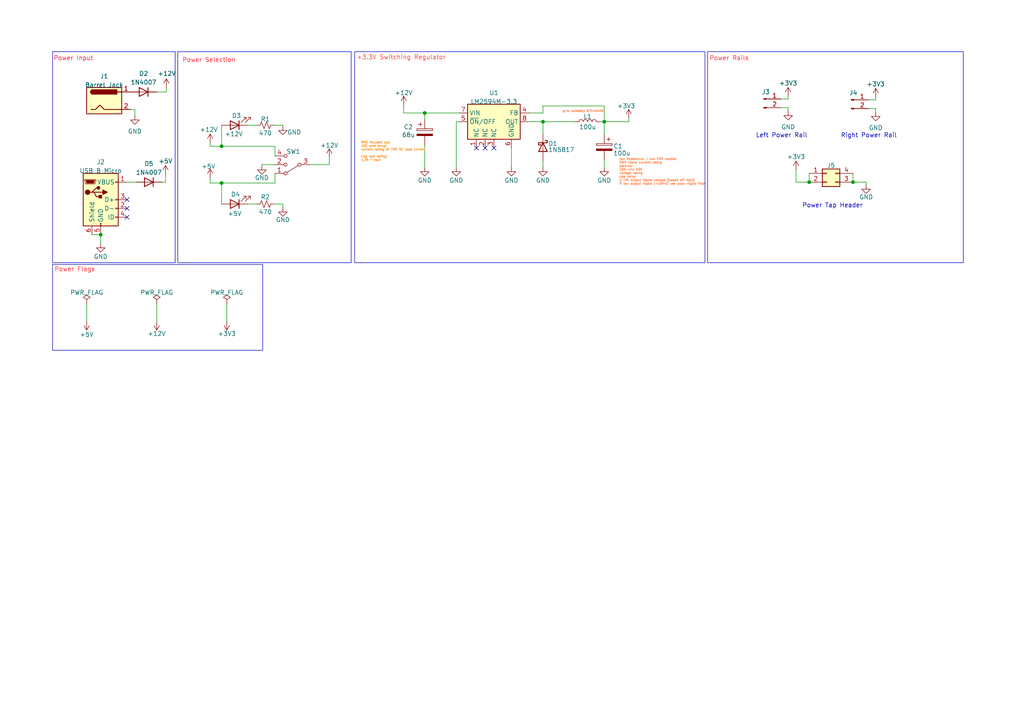
<source format=kicad_sch>
(kicad_sch (version 20230121) (generator eeschema)
  (paper "A4")
  (title_block (title "Power Splitter") (date "2023-04-11") (rev "1.0"))
  (lib_symbols
    (symbol "Connector:Barrel_Jack" (pin_names (offset 1.016))
      (property "Reference" "J" (at 0 5.334 0))
      (property "Value" "Barrel_Jack" (at 0 -5.08 0))
      (symbol "Barrel_Jack_0_1"
        (rectangle (start -5.08 3.81) (end 5.08 -3.81) (stroke (width 0.254)) (fill (type background)))
        (arc (start -3.302 3.175) (mid -3.9343 2.54) (end -3.302 1.905) (stroke (width 0.254)))
        (arc (start -3.302 3.175) (mid -3.9343 2.54) (end -3.302 1.905) (stroke (width 0.254)) (fill (type outline)))
        (polyline (pts (xy 5.08 2.54) (xy 3.81 2.54)) (stroke (width 0.254)))
        (polyline (pts (xy -3.81 -2.54) (xy -2.54 -2.54) (xy -1.27 -1.27) (xy 0 -2.54) (xy 2.54 -2.54) (xy 5.08 -2.54)) (stroke (width 0.254)))
        (rectangle (start 3.683 3.175) (end -3.302 1.905) (stroke (width 0.254)) (fill (type outline)))
      )
      (symbol "Barrel_Jack_1_1"
        (pin passive line (at 7.62 2.54 180) (length 2.54) (name "~") (number "1"))
        (pin passive line (at 7.62 -2.54 180) (length 2.54) (name "~") (number "2"))
      )
    )
    (symbol "Connector:Conn_01x02_Pin" (pin_names (offset 1.016) hide)
      (property "Reference" "J" (at 0 2.54 0))
      (property "Value" "Conn_01x02_Pin" (at 0 -5.08 0))
      (symbol "Conn_01x02_Pin_1_1"
        (polyline (pts (xy 1.27 -2.54) (xy 0.8636 -2.54)) (stroke (width 0.1524)))
        (polyline (pts (xy 1.27 0) (xy 0.8636 0)) (stroke (width 0.1524)))
        (rectangle (start 0.8636 -2.413) (end 0 -2.667) (stroke (width 0.1524)) (fill (type outline)))
        (rectangle (start 0.8636 0.127) (end 0 -0.127) (stroke (width 0.1524)) (fill (type outline)))
        (pin passive line (at 5.08 0 180) (length 3.81) (name "Pin_1") (number "1"))
        (pin passive line (at 5.08 -2.54 180) (length 3.81) (name "Pin_2") (number "2"))
      )
    )
    (symbol "Connector:USB_B_Micro" (pin_names (offset 1.016))
      (property "Reference" "J" (at -5.08 11.43 0))
      (property "Value" "USB_B_Micro" (at -5.08 8.89 0))
      (symbol "USB_B_Micro_0_1"
        (rectangle (start -5.08 -7.62) (end 5.08 7.62) (stroke (width 0.254)) (fill (type background)))
        (circle (center -3.81 2.159) (radius 0.635) (stroke (width 0.254)) (fill (type outline)))
        (circle (center -0.635 3.429) (radius 0.381) (stroke (width 0.254)) (fill (type outline)))
        (rectangle (start -0.127 -7.62) (end 0.127 -6.858))
        (polyline (pts (xy -1.905 2.159) (xy 0.635 2.159)) (stroke (width 0.254)))
        (polyline (pts (xy -3.175 2.159) (xy -2.54 2.159) (xy -1.27 3.429) (xy -0.635 3.429)) (stroke (width 0.254)))
        (polyline (pts (xy -2.54 2.159) (xy -1.905 2.159) (xy -1.27 0.889) (xy 0 0.889)) (stroke (width 0.254)))
        (polyline (pts (xy 0.635 2.794) (xy 0.635 1.524) (xy 1.905 2.159) (xy 0.635 2.794)) (stroke (width 0.254)) (fill (type outline)))
        (polyline (pts (xy -4.318 5.588) (xy -1.778 5.588) (xy -2.032 4.826) (xy -4.064 4.826) (xy -4.318 5.588)) (fill (type outline)))
        (polyline (pts (xy -4.699 5.842) (xy -4.699 5.588) (xy -4.445 4.826) (xy -4.445 4.572) (xy -1.651 4.572) (xy -1.651 4.826) (xy -1.397 5.588) (xy -1.397 5.842) (xy -4.699 5.842)))
        (rectangle (start 0.254 1.27) (end -0.508 0.508) (stroke (width 0.254)) (fill (type outline)))
        (rectangle (start 5.08 -5.207) (end 4.318 -4.953))
        (rectangle (start 5.08 -2.667) (end 4.318 -2.413))
        (rectangle (start 5.08 -0.127) (end 4.318 0.127))
        (rectangle (start 5.08 4.953) (end 4.318 5.207))
      )
      (symbol "USB_B_Micro_1_1"
        (pin power_out line (at 7.62 5.08 180) (length 2.54) (name "VBUS") (number "1"))
        (pin bidirectional line (at 7.62 -2.54 180) (length 2.54) (name "D-") (number "2"))
        (pin bidirectional line (at 7.62 0 180) (length 2.54) (name "D+") (number "3"))
        (pin passive line (at 7.62 -5.08 180) (length 2.54) (name "ID") (number "4"))
        (pin power_out line (at 0 -10.16 90) (length 2.54) (name "GND") (number "5"))
        (pin passive line (at -2.54 -10.16 90) (length 2.54) (name "Shield") (number "6"))
      )
    )
    (symbol "Connector_Generic:Conn_02x02_Counter_Clockwise" (pin_names (offset 1.016) hide)
      (property "Reference" "J" (at 1.27 2.54 0))
      (property "Value" "Conn_02x02_Counter_Clockwise" (at 1.27 -5.08 0))
      (symbol "Conn_02x02_Counter_Clockwise_1_1"
        (rectangle (start -1.27 -2.413) (end 0 -2.667) (stroke (width 0.1524)))
        (rectangle (start -1.27 0.127) (end 0 -0.127) (stroke (width 0.1524)))
        (rectangle (start -1.27 1.27) (end 3.81 -3.81) (stroke (width 0.254)) (fill (type background)))
        (rectangle (start 3.81 -2.413) (end 2.54 -2.667) (stroke (width 0.1524)))
        (rectangle (start 3.81 0.127) (end 2.54 -0.127) (stroke (width 0.1524)))
        (pin passive line (at -5.08 0 0) (length 3.81) (name "Pin_1") (number "1"))
        (pin passive line (at -5.08 -2.54 0) (length 3.81) (name "Pin_2") (number "2"))
        (pin passive line (at 7.62 -2.54 180) (length 3.81) (name "Pin_3") (number "3"))
        (pin passive line (at 7.62 0 180) (length 3.81) (name "Pin_4") (number "4"))
      )
    )
    (symbol "Device:C_Polarized" (pin_numbers hide) (pin_names (offset 0.254))
      (property "Reference" "C" (at 0.635 2.54 0))
      (property "Value" "C_Polarized" (at 0.635 -2.54 0))
      (symbol "C_Polarized_0_1"
        (rectangle (start -2.286 0.508) (end 2.286 1.016))
        (polyline (pts (xy -1.778 2.286) (xy -0.762 2.286)))
        (polyline (pts (xy -1.27 2.794) (xy -1.27 1.778)))
        (rectangle (start 2.286 -0.508) (end -2.286 -1.016) (fill (type outline)))
      )
      (symbol "C_Polarized_1_1"
        (pin passive line (at 0 3.81 270) (length 2.794) (name "~") (number "1"))
        (pin passive line (at 0 -3.81 90) (length 2.794) (name "~") (number "2"))
      )
    )
    (symbol "Device:L" (pin_numbers hide) (pin_names (offset 1.016) hide)
      (property "Reference" "L" (at -1.27 0 90))
      (property "Value" "L" (at 1.905 0 90))
      (symbol "L_0_1"
        (arc (start 0 -2.54) (mid 0.6323 -1.905) (end 0 -1.27))
        (arc (start 0 -1.27) (mid 0.6323 -0.635) (end 0 0))
        (arc (start 0 0) (mid 0.6323 0.635) (end 0 1.27))
        (arc (start 0 1.27) (mid 0.6323 1.905) (end 0 2.54))
      )
      (symbol "L_1_1"
        (pin passive line (at 0 3.81 270) (length 1.27) (name "1") (number "1"))
        (pin passive line (at 0 -3.81 90) (length 1.27) (name "2") (number "2"))
      )
    )
    (symbol "Device:LED" (pin_numbers hide) (pin_names (offset 1.016) hide)
      (property "Reference" "D" (at 0 2.54 0))
      (property "Value" "LED" (at 0 -2.54 0))
      (symbol "LED_0_1"
        (polyline (pts (xy -1.27 -1.27) (xy -1.27 1.27)) (stroke (width 0.254)))
        (polyline (pts (xy -1.27 0) (xy 1.27 0)))
        (polyline (pts (xy 1.27 -1.27) (xy 1.27 1.27) (xy -1.27 0) (xy 1.27 -1.27)) (stroke (width 0.254)))
        (polyline (pts (xy -3.048 -0.762) (xy -4.572 -2.286) (xy -3.81 -2.286) (xy -4.572 -2.286) (xy -4.572 -1.524)))
        (polyline (pts (xy -1.778 -0.762) (xy -3.302 -2.286) (xy -2.54 -2.286) (xy -3.302 -2.286) (xy -3.302 -1.524)))
      )
      (symbol "LED_1_1"
        (pin passive line (at -3.81 0 0) (length 2.54) (name "K") (number "1"))
        (pin passive line (at 3.81 0 180) (length 2.54) (name "A") (number "2"))
      )
    )
    (symbol "Device:R_Small_US" (pin_numbers hide) (pin_names (offset 0.254) hide)
      (property "Reference" "R" (at 0.762 0.508 0))
      (property "Value" "R_Small_US" (at 0.762 -1.016 0))
      (symbol "R_Small_US_1_1"
        (polyline (pts (xy 0 0) (xy 1.016 -0.381) (xy 0 -0.762) (xy -1.016 -1.143) (xy 0 -1.524)))
        (polyline (pts (xy 0 1.524) (xy 1.016 1.143) (xy 0 0.762) (xy -1.016 0.381) (xy 0 0)))
        (pin passive line (at 0 2.54 270) (length 1.016) (name "~") (number "1"))
        (pin passive line (at 0 -2.54 90) (length 1.016) (name "~") (number "2"))
      )
    )
    (symbol "Diode:1N4007" (pin_numbers hide) (pin_names hide)
      (property "Reference" "D" (at 0 2.54 0))
      (property "Value" "1N4007" (at 0 -2.54 0))
      (symbol "1N4007_0_1"
        (polyline (pts (xy -1.27 1.27) (xy -1.27 -1.27)) (stroke (width 0.254)))
        (polyline (pts (xy 1.27 0) (xy -1.27 0)))
        (polyline (pts (xy 1.27 1.27) (xy 1.27 -1.27) (xy -1.27 0) (xy 1.27 1.27)) (stroke (width 0.254)))
      )
      (symbol "1N4007_1_1"
        (pin passive line (at -3.81 0 0) (length 2.54) (name "K") (number "1"))
        (pin passive line (at 3.81 0 180) (length 2.54) (name "A") (number "2"))
      )
    )
    (symbol "Diode:1N5817" (pin_numbers hide) (pin_names (offset 1.016) hide)
      (property "Reference" "D" (at 0 2.54 0))
      (property "Value" "1N5817" (at 0 -2.54 0))
      (symbol "1N5817_0_1"
        (polyline (pts (xy 1.27 0) (xy -1.27 0)))
        (polyline (pts (xy 1.27 1.27) (xy 1.27 -1.27) (xy -1.27 0) (xy 1.27 1.27)) (stroke (width 0.254)))
        (polyline (pts (xy -1.905 0.635) (xy -1.905 1.27) (xy -1.27 1.27) (xy -1.27 -1.27) (xy -0.635 -1.27) (xy -0.635 -0.635)) (stroke (width 0.254)))
      )
      (symbol "1N5817_1_1"
        (pin passive line (at -3.81 0 0) (length 2.54) (name "K") (number "1"))
        (pin passive line (at 3.81 0 180) (length 2.54) (name "A") (number "2"))
      )
    )
    (symbol "Regulator_Switching:LM2594M-3.3"
      (property "Reference" "U" (at -7.62 6.35 0))
      (property "Value" "LM2594M-3.3" (at 0 6.35 0))
      (symbol "LM2594M-3.3_0_1"
        (rectangle (start -7.62 5.08) (end 7.62 -5.08) (stroke (width 0.254)) (fill (type background)))
      )
      (symbol "LM2594M-3.3_1_1"
        (pin passive line (at -5.08 -7.62 90) (length 2.54) (name "NC") (number "1"))
        (pin passive line (at -2.54 -7.62 90) (length 2.54) (name "NC") (number "2"))
        (pin passive line (at 0 -7.62 90) (length 2.54) (name "NC") (number "3"))
        (pin input line (at 10.16 2.54 180) (length 2.54) (name "FB") (number "4"))
        (pin input line (at -10.16 0 0) (length 2.54) (name "~{ON}/OFF") (number "5"))
        (pin power_in line (at 5.08 -7.62 90) (length 2.54) (name "GND") (number "6"))
        (pin power_in line (at -10.16 2.54 0) (length 2.54) (name "VIN") (number "7"))
        (pin output line (at 10.16 0 180) (length 2.54) (name "OUT") (number "8"))
      )
    )
    (symbol "Switch:SW_SP3T" (pin_names (offset 0) hide)
      (property "Reference" "SW" (at 0 5.08 0))
      (property "Value" "SW_SP3T" (at 0 -5.08 0))
      (symbol "SW_SP3T_0_1"
        (circle (center -2.032 0) (radius 0.4572))
        (polyline (pts (xy -1.651 0.254) (xy 1.651 2.286)))
        (circle (center 2.032 -2.54) (radius 0.4572))
        (circle (center 2.032 0) (radius 0.4572))
        (circle (center 2.032 2.54) (radius 0.4572))
      )
      (symbol "SW_SP3T_1_1"
        (pin passive line (at 5.08 2.54 180) (length 2.54) (name "1") (number "1"))
        (pin passive line (at 5.08 0 180) (length 2.54) (name "2") (number "2"))
        (pin passive line (at -5.08 0 0) (length 2.54) (name "3") (number "3"))
        (pin passive line (at 5.08 -2.54 180) (length 2.54) (name "4") (number "4"))
      )
    )
    (symbol "power:+12V" (power) (pin_names (offset 0))
      (property "Value" "+12V" (at 0 3.556 0))
      (symbol "+12V_0_1"
        (polyline (pts (xy -0.762 1.27) (xy 0 2.54)))
        (polyline (pts (xy 0 0) (xy 0 2.54)))
        (polyline (pts (xy 0 2.54) (xy 0.762 1.27)))
      )
      (symbol "+12V_1_1"
        (pin power_in line (at 0 0 90) (length 0) hide (name "+12V") (number "1"))
      )
    )
    (symbol "power:+3V3" (power) (pin_names (offset 0))
      (property "Value" "+3V3" (at 0 3.556 0))
      (symbol "+3V3_0_1"
        (polyline (pts (xy -0.762 1.27) (xy 0 2.54)))
        (polyline (pts (xy 0 0) (xy 0 2.54)))
        (polyline (pts (xy 0 2.54) (xy 0.762 1.27)))
      )
      (symbol "+3V3_1_1"
        (pin power_in line (at 0 0 90) (length 0) hide (name "+3V3") (number "1"))
      )
    )
    (symbol "power:+5V" (power) (pin_names (offset 0))
      (property "Value" "+5V" (at 0 3.556 0))
      (symbol "+5V_0_1"
        (polyline (pts (xy -0.762 1.27) (xy 0 2.54)))
        (polyline (pts (xy 0 0) (xy 0 2.54)))
        (polyline (pts (xy 0 2.54) (xy 0.762 1.27)))
      )
      (symbol "+5V_1_1"
        (pin power_in line (at 0 0 90) (length 0) hide (name "+5V") (number "1"))
      )
    )
    (symbol "power:GND" (power) (pin_names (offset 0))
      (property "Value" "GND" (at 0 -3.81 0))
      (symbol "GND_0_1"
        (polyline (pts (xy 0 0) (xy 0 -1.27) (xy 1.27 -1.27) (xy 0 -2.54) (xy -1.27 -1.27) (xy 0 -1.27)))
      )
      (symbol "GND_1_1"
        (pin power_in line (at 0 0 270) (length 0) hide (name "GND") (number "1"))
      )
    )
    (symbol "power:PWR_FLAG" (power) (pin_numbers hide) (pin_names (offset 0) hide)
      (property "Value" "PWR_FLAG" (at 0 3.81 0))
      (symbol "PWR_FLAG_0_0"
        (pin power_out line (at 0 0 90) (length 0) (name "pwr") (number "1"))
      )
      (symbol "PWR_FLAG_0_1"
        (polyline (pts (xy 0 0) (xy 0 1.27) (xy -1.016 1.905) (xy 0 2.54) (xy 1.016 1.905) (xy 0 1.27)))
      )
    )
  )
  (junction (at 247.396 52.832))
  (junction (at 64.262 53.086))
  (junction (at 175.26 35.306))
  (junction (at 157.48 35.306))
  (junction (at 234.696 52.832))
  (junction (at 123.19 32.766))
  (junction (at 64.262 42.418))
  (junction (at 29.21 68.072))
  (no_connect (at 143.256 42.926))
  (no_connect (at 140.716 42.926))
  (no_connect (at 36.83 62.992))
  (no_connect (at 36.83 60.452))
  (no_connect (at 36.83 57.912))
  (no_connect (at 138.176 42.926))
  (wire (pts (xy 123.19 32.766) (xy 123.19 34.544)))
  (wire (pts (xy 71.882 59.182) (xy 74.422 59.182)))
  (wire (pts (xy 117.094 30.48) (xy 117.094 32.766)))
  (wire (pts (xy 45.466 88.138) (xy 45.466 93.218)))
  (wire (pts (xy 157.48 30.734) (xy 175.26 30.734)))
  (wire (pts (xy 254 31.496) (xy 254 32.512)))
  (wire (pts (xy 82.042 59.182) (xy 82.042 60.198)))
  (wire (pts (xy 48.26 26.67) (xy 48.26 25.4)))
  (wire (pts (xy 26.67 68.072) (xy 29.21 68.072)))
  (wire (pts (xy 175.26 46.482) (xy 175.26 48.514)))
  (wire (pts (xy 89.916 47.752) (xy 95.504 47.752)))
  (wire (pts (xy 251.968 28.956) (xy 254 28.956)))
  (wire (pts (xy 79.756 53.086) (xy 79.756 50.292)))
  (wire (pts (xy 60.96 42.418) (xy 60.96 41.402)))
  (wire (pts (xy 37.846 31.75) (xy 39.116 31.75)))
  (wire (pts (xy 251.968 31.496) (xy 254 31.496)))
  (wire (pts (xy 95.504 47.752) (xy 95.504 45.72)))
  (wire (pts (xy 247.396 52.832) (xy 251.206 52.832)))
  (wire (pts (xy 45.466 26.67) (xy 48.26 26.67)))
  (wire (pts (xy 48.006 52.832) (xy 48.006 50.546)))
  (wire (pts (xy 60.96 53.086) (xy 64.262 53.086)))
  (wire (pts (xy 75.946 47.752) (xy 79.756 47.752)))
  (wire (pts (xy 153.416 32.766) (xy 157.48 32.766)))
  (wire (pts (xy 123.19 32.766) (xy 133.096 32.766)))
  (wire (pts (xy 65.786 88.138) (xy 65.786 93.218)))
  (wire (pts (xy 175.26 35.306) (xy 175.26 38.862)))
  (wire (pts (xy 234.696 50.292) (xy 234.696 52.832)))
  (wire (pts (xy 117.094 32.766) (xy 123.19 32.766)))
  (wire (pts (xy 174.244 35.306) (xy 175.26 35.306)))
  (wire (pts (xy 29.21 68.072) (xy 29.21 70.612)))
  (wire (pts (xy 132.334 35.306) (xy 132.334 48.514)))
  (wire (pts (xy 226.568 31.242) (xy 228.6 31.242)))
  (wire (pts (xy 39.116 31.75) (xy 39.116 33.528)))
  (wire (pts (xy 25.146 88.138) (xy 25.146 93.218)))
  (wire (pts (xy 230.886 52.832) (xy 234.696 52.832)))
  (wire (pts (xy 64.262 42.418) (xy 60.96 42.418)))
  (wire (pts (xy 36.83 52.832) (xy 39.37 52.832)))
  (wire (pts (xy 175.26 35.306) (xy 182.372 35.306)))
  (wire (pts (xy 157.48 35.306) (xy 157.48 38.862)))
  (wire (pts (xy 247.396 50.292) (xy 247.396 52.832)))
  (wire (pts (xy 46.99 52.832) (xy 48.006 52.832)))
  (wire (pts (xy 64.262 59.182) (xy 64.262 53.086)))
  (wire (pts (xy 251.206 52.832) (xy 251.206 53.594)))
  (wire (pts (xy 123.19 42.164) (xy 123.19 48.514)))
  (wire (pts (xy 79.756 53.086) (xy 64.262 53.086)))
  (wire (pts (xy 75.946 48.006) (xy 75.946 47.752)))
  (wire (pts (xy 79.756 45.212) (xy 79.756 42.418)))
  (wire (pts (xy 182.372 35.306) (xy 182.372 34.29)))
  (wire (pts (xy 254 28.956) (xy 254 28.194)))
  (wire (pts (xy 175.26 30.734) (xy 175.26 35.306)))
  (wire (pts (xy 157.48 32.766) (xy 157.48 30.734)))
  (wire (pts (xy 74.422 36.322) (xy 71.882 36.322)))
  (wire (pts (xy 228.6 31.242) (xy 228.6 32.258)))
  (wire (pts (xy 64.262 42.418) (xy 79.756 42.418)))
  (wire (pts (xy 132.334 35.306) (xy 133.096 35.306)))
  (wire (pts (xy 157.48 46.482) (xy 157.48 48.514)))
  (wire (pts (xy 148.336 42.926) (xy 148.336 48.514)))
  (wire (pts (xy 64.262 42.418) (xy 64.262 36.322)))
  (wire (pts (xy 230.886 49.276) (xy 230.886 52.832)))
  (wire (pts (xy 79.502 59.182) (xy 82.042 59.182)))
  (wire (pts (xy 228.6 28.702) (xy 228.6 27.94)))
  (wire (pts (xy 79.502 36.322) (xy 82.042 36.322)))
  (wire (pts (xy 226.568 28.702) (xy 228.6 28.702)))
  (wire (pts (xy 157.48 35.306) (xy 166.624 35.306)))
  (wire (pts (xy 60.96 53.086) (xy 60.96 51.562)))
  (wire (pts (xy 153.416 35.306) (xy 157.48 35.306)))
  (wire (pts (xy 82.042 36.322) (xy 82.042 36.576)))
  (rectangle (start 15.24 14.986) (end 50.8 76.2))
  (rectangle (start 205.232 14.986) (end 279.4 76.2))
  (rectangle (start 15.24 76.708) (end 76.2 101.6))
  (rectangle (start 102.87 14.986) (end 204.47 76.2))
  (rectangle (start 51.562 14.986) (end 101.854 76.2))
  (text "+3.3V Switching Regulator" (at 103.378 17.526 0) (effects (font (size 1.27 1.27)) (justify left bottom)))
  (text "Power Input" (at 15.494 17.78 0) (effects (font (size 1.27 1.27)) (justify left bottom)))
  (text "RMS focused cap\n40C amb temp: \ncurrent rating of 75% DC load current\n\nCap volt rating:\n1.25 * Vout" (at 104.648 46.99 0) (effects (font (size 0.635 0.635)) (justify left bottom)))
  (text "Right Power Rail" (at 243.84 40.132 0) (effects (font (size 1.27 1.27)) (justify left bottom)))
  (text "p/n: schottky 67144440" (at 163.068 32.766 0) (effects (font (size 0.635 0.635)) (justify left bottom)))
  (text "Power Rails" (at 205.74 17.78 0) (effects (font (size 1.27 1.27)) (justify left bottom)))
  (text "Power Tap Header" (at 232.664 60.452 0) (effects (font (size 1.27 1.27)) (justify left bottom)))
  (text "Power Selection" (at 52.832 18.288 0) (effects (font (size 1.27 1.27)) (justify left bottom)))
  (text "Left Power Rail" (at 219.202 40.132 0) (effects (font (size 1.27 1.27)) (justify left bottom)))
  (text "Power Flags" (at 15.748 78.994 0) (effects (font (size 1.27 1.27)) (justify left bottom)))
  (text "low impedance / low ESR needed\nRMS ripple current rating\nparams:\n100-kHz ESR\nvoltage rating\ncap value\n1-2% output ripple voltage (based off Vout)\nif low output ripple (<15mV) use post-ripple filter\n" (at 179.578 53.848 0) (effects (font (size 0.635 0.635)) (justify left bottom)))
  (symbol (lib_id "Connector:USB_B_Micro") (at 29.21 57.912 0) (unit 1)
    (property "Reference" "J2" (at 29.21 46.99 0))
    (property "Value" "USB_B_Micro" (at 29.21 49.53 0))
    (property "Footprint" "Connector_USB:USB_Mini-B_Lumberg_2486_01_Horizontal" (effects hide))
  )
  (symbol (lib_id "power:+5V") (at 60.96 51.562 0) (unit 1)
    (property "Reference" "#PWR015" (effects hide))
    (property "Value" "+5V" (at 60.452 48.26 0))
  )
  (symbol (lib_id "power:PWR_FLAG") (at 45.466 88.138 0) (unit 1)
    (property "Reference" "#FLG03" (effects hide))
    (property "Value" "PWR_FLAG" (at 45.466 84.836 0))
  )
  (symbol (lib_id "power:GND") (at 29.21 70.612 0) (unit 1)
    (property "Reference" "#PWR02" (effects hide))
    (property "Value" "GND" (at 29.21 74.422 0))
  )
  (symbol (lib_id "power:+12V") (at 60.96 41.402 0) (unit 1)
    (property "Reference" "#PWR014" (effects hide))
    (property "Value" "+12V" (at 57.912 37.592 0) (effects (justify left)))
  )
  (symbol (lib_id "power:+5V") (at 48.006 50.546 0) (unit 1)
    (property "Reference" "#PWR01" (effects hide))
    (property "Value" "+5V" (at 48.006 46.736 0))
  )
  (symbol (lib_id "Connector:Conn_01x02_Pin") (at 246.888 28.956 0) (unit 1)
    (property "Reference" "J4" (at 247.523 26.924 0))
    (property "Value" "Conn_01x02_Pin" (effects hide))
    (property "Footprint" "Connector_PinHeader_2.00mm:PinHeader_1x02_P2.00mm_Vertical" (effects hide))
  )
  (symbol (lib_id "power:GND") (at 132.334 48.514 0) (unit 1)
    (property "Reference" "#PWR06" (effects hide))
    (property "Value" "GND" (at 132.334 52.324 0))
  )
  (symbol (lib_id "Device:C_Polarized") (at 123.19 38.354 0) (unit 1)
    (property "Reference" "C2" (at 117.094 36.83 0) (effects (justify left)))
    (property "Value" "68u" (at 116.586 39.116 0) (effects (justify left)))
    (property "Footprint" "Capacitor_SMD:CP_Elec_6.3x5.8" (effects hide))
    (property "Datasheet" "https://www.nichicon.co.jp/english/products/pdfs/e-ucd.pdf" (effects hide))
  )
  (symbol (lib_id "power:+12V") (at 45.466 93.218 180) (unit 1)
    (property "Reference" "#PWR026" (effects hide))
    (property "Value" "+VIN" (at 45.466 96.774 0))
  )
  (symbol (lib_id "Device:LED") (at 68.072 59.182 180) (unit 1)
    (property "Reference" "D4" (at 68.326 56.388 0))
    (property "Value" "+5V" (at 68.072 61.976 0))
    (property "Footprint" "LED_SMD:LED_0805_2012Metric_Pad1.15x1.40mm_HandSolder" (effects hide))
  )
  (symbol (lib_id "Device:R_Small_US") (at 76.962 36.322 90) (unit 1)
    (property "Reference" "R1" (at 76.962 34.544 90))
    (property "Value" "470" (at 76.962 38.608 90))
    (property "Footprint" "Resistor_SMD:R_0805_2012Metric_Pad1.20x1.40mm_HandSolder" (effects hide))
  )
  (symbol (lib_id "Diode:1N5817") (at 157.48 42.672 270) (unit 1)
    (property "Reference" "D1" (at 159.004 41.656 90) (effects (justify left)))
    (property "Value" "1N5817" (at 159.004 43.434 90) (effects (justify left)))
    (property "Footprint" "Diode_THT:D_DO-41_SOD81_P10.16mm_Horizontal" (effects hide))
    (property "Datasheet" "http://www.vishay.com/docs/88525/1n5817.pdf" (effects hide))
  )
  (symbol (lib_id "Device:C_Polarized") (at 175.26 42.672 0) (mirror y) (unit 1)
    (property "Reference" "C1" (at 180.594 42.418 0) (effects (justify left)))
    (property "Value" "100u" (at 182.88 44.45 0) (effects (justify left)))
    (property "Footprint" "CAP_TANTALUM_SMD:595DM_7.8x2.8mm" (effects hide))
  )
  (symbol (lib_id "power:+12V") (at 48.26 25.4 0) (unit 1)
    (property "Reference" "#PWR012" (effects hide))
    (property "Value" "+12V" (at 45.72 21.336 0) (effects (justify left)))
  )
  (symbol (lib_id "Connector:Conn_01x02_Pin") (at 221.488 28.702 0) (unit 1)
    (property "Reference" "J3" (at 222.123 26.67 0))
    (property "Value" "Conn_01x02_Pin" (effects hide))
    (property "Footprint" "Connector_PinHeader_2.00mm:PinHeader_1x02_P2.00mm_Vertical" (effects hide))
  )
  (symbol (lib_id "power:GND") (at 175.26 48.514 0) (unit 1)
    (property "Reference" "#PWR010" (effects hide))
    (property "Value" "GND" (at 175.26 52.324 0))
  )
  (symbol (lib_id "power:GND") (at 82.042 36.576 0) (unit 1)
    (property "Reference" "#PWR021" (effects hide))
    (property "Value" "GND" (at 85.344 38.354 0))
  )
  (symbol (lib_id "power:GND") (at 251.206 53.594 0) (unit 1)
    (property "Reference" "#PWR023" (effects hide))
    (property "Value" "GND" (at 251.206 57.15 0))
  )
  (symbol (lib_id "power:+5V") (at 25.146 93.218 180) (unit 1)
    (property "Reference" "#PWR024" (effects hide))
    (property "Value" "+5V" (at 25.146 97.028 0))
  )
  (symbol (lib_id "power:GND") (at 39.116 33.528 0) (unit 1)
    (property "Reference" "#PWR08" (effects hide))
    (property "Value" "GND" (at 39.116 38.1 0))
  )
  (symbol (lib_id "power:GND") (at 228.6 32.258 0) (unit 1)
    (property "Reference" "#PWR03" (effects hide))
    (property "Value" "GND" (at 228.6 36.83 0))
  )
  (symbol (lib_id "power:GND") (at 148.336 48.514 0) (unit 1)
    (property "Reference" "#PWR07" (effects hide))
    (property "Value" "GND" (at 148.336 52.324 0))
  )
  (symbol (lib_id "power:+3V3") (at 230.886 49.276 0) (unit 1)
    (property "Reference" "#PWR022" (effects hide))
    (property "Value" "+3V3" (at 230.886 45.466 0))
  )
  (symbol (lib_id "power:+3V3") (at 228.6 27.94 0) (unit 1)
    (property "Reference" "#PWR04" (effects hide))
    (property "Value" "+3V3" (at 228.6 24.13 0))
  )
  (symbol (lib_id "power:GND") (at 82.042 60.198 0) (unit 1)
    (property "Reference" "#PWR020" (effects hide))
    (property "Value" "GND" (at 82.042 63.754 0))
  )
  (symbol (lib_id "Device:LED") (at 68.072 36.322 180) (unit 1)
    (property "Reference" "D3" (at 68.58 33.528 0))
    (property "Value" "+12V" (at 67.818 38.862 0))
    (property "Footprint" "LED_SMD:LED_0805_2012Metric_Pad1.15x1.40mm_HandSolder" (effects hide))
  )
  (symbol (lib_id "power:+12V") (at 117.094 30.48 0) (unit 1)
    (property "Reference" "#PWR011" (effects hide))
    (property "Value" "+VIN" (at 117.094 26.924 0))
  )
  (symbol (lib_id "Diode:1N4007") (at 41.656 26.67 180) (unit 1)
    (property "Reference" "D2" (at 41.656 21.336 0))
    (property "Value" "1N4007" (at 41.656 23.876 0))
    (property "Footprint" "Diode_THT:D_DO-41_SOD81_P10.16mm_Horizontal" (effects hide))
    (property "Datasheet" "http://www.vishay.com/docs/88503/1n4001.pdf" (effects hide))
    (property "Sim.Device" "D" (effects hide))
    (property "Sim.Pins" "1=K 2=A" (effects hide))
  )
  (symbol (lib_id "power:+3V3") (at 65.786 93.218 180) (unit 1)
    (property "Reference" "#PWR028" (effects hide))
    (property "Value" "+3V3" (at 65.786 96.774 0))
  )
  (symbol (lib_id "Regulator_Switching:LM2594M-3.3") (at 143.256 35.306 0) (unit 1)
    (property "Reference" "U1" (at 143.256 26.924 0))
    (property "Value" "LM2594M-3.3" (at 143.256 29.464 0))
    (property "Footprint" "Package_SO:SOIC-8_3.9x4.9mm_P1.27mm" (effects hide))
    (property "Datasheet" "http://www.ti.com/lit/ds/symlink/lm2594.pdf" (effects hide))
  )
  (symbol (lib_id "Device:L") (at 170.434 35.306 90) (unit 1)
    (property "Reference" "L1" (at 170.434 33.782 90))
    (property "Value" "100u" (at 170.434 36.83 90))
    (property "Footprint" "Inductors:SPM2007_LCI-37" (effects hide))
    (property "Datasheet" "https://www.mouser.com/datasheet/2/447/SPM2007_47-2903277.pdf" (effects hide))
  )
  (symbol (lib_id "power:GND") (at 157.48 48.514 0) (unit 1)
    (property "Reference" "#PWR09" (effects hide))
    (property "Value" "GND" (at 157.48 52.324 0))
  )
  (symbol (lib_id "power:+3V3") (at 182.372 34.29 0) (unit 1)
    (property "Reference" "#PWR013" (effects hide))
    (property "Value" "+3V3" (at 181.61 30.734 0))
  )
  (symbol (lib_id "power:GND") (at 254 32.512 0) (unit 1)
    (property "Reference" "#PWR018" (effects hide))
    (property "Value" "GND" (at 254 37.084 0))
  )
  (symbol (lib_id "power:GND") (at 123.19 48.514 0) (unit 1)
    (property "Reference" "#PWR05" (effects hide))
    (property "Value" "GND" (at 123.19 52.324 0))
  )
  (symbol (lib_id "power:+3V3") (at 254 28.194 0) (unit 1)
    (property "Reference" "#PWR017" (effects hide))
    (property "Value" "+3V3" (at 254 24.384 0))
  )
  (symbol (lib_id "power:+12V") (at 95.504 45.72 0) (unit 1)
    (property "Reference" "#PWR016" (effects hide))
    (property "Value" "+VIN" (at 95.504 42.164 0))
  )
  (symbol (lib_id "power:GND") (at 75.946 48.006 0) (unit 1)
    (property "Reference" "#PWR019" (effects hide))
    (property "Value" "GND" (at 75.946 51.562 0))
  )
  (symbol (lib_id "Connector_Generic:Conn_02x02_Counter_Clockwise") (at 239.776 50.292 0) (unit 1)
    (property "Reference" "J5" (at 241.046 48.006 0))
    (property "Value" "Conn_02x02_Counter_Clockwise" (effects hide))
    (property "Footprint" "Connector_PinHeader_1.27mm:PinHeader_2x02_P1.27mm_Vertical" (effects hide))
  )
  (symbol (lib_id "Connector:Barrel_Jack") (at 30.226 29.21 0) (unit 1)
    (property "Reference" "J1" (at 30.226 22.098 0))
    (property "Value" "Barrel_Jack" (at 30.226 24.638 0))
    (property "Footprint" "Connector_BarrelJack:BarrelJack_Horizontal" (effects hide))
  )
  (symbol (lib_id "power:PWR_FLAG") (at 25.146 88.138 0) (unit 1)
    (property "Reference" "#FLG01" (effects hide))
    (property "Value" "PWR_FLAG" (at 25.146 84.836 0))
  )
  (symbol (lib_id "Diode:1N4007") (at 43.18 52.832 180) (unit 1)
    (property "Reference" "D5" (at 43.18 47.498 0))
    (property "Value" "1N4007" (at 43.18 50.038 0))
    (property "Footprint" "Diode_THT:D_DO-41_SOD81_P10.16mm_Horizontal" (effects hide))
    (property "Datasheet" "http://www.vishay.com/docs/88503/1n4001.pdf" (effects hide))
    (property "Sim.Device" "D" (effects hide))
    (property "Sim.Pins" "1=K 2=A" (effects hide))
  )
  (symbol (lib_id "power:PWR_FLAG") (at 65.786 88.138 0) (unit 1)
    (property "Reference" "#FLG05" (effects hide))
    (property "Value" "PWR_FLAG" (at 65.786 84.836 0))
  )
  (symbol (lib_id "Switch:SW_SP3T") (at 84.836 47.752 180) (unit 1)
    (property "Reference" "SW1" (at 85.09 43.942 0))
    (property "Value" "SW_SP3T" (effects hide))
    (property "Footprint" "Button_Switch_SMD:SW_SP3T_PCM13" (effects hide))
  )
  (symbol (lib_id "Device:R_Small_US") (at 76.962 59.182 90) (unit 1)
    (property "Reference" "R2" (at 76.962 57.15 90))
    (property "Value" "470" (at 76.962 61.468 90))
    (property "Footprint" "Resistor_SMD:R_0805_2012Metric_Pad1.20x1.40mm_HandSolder" (effects hide))
  )
)
</source>
